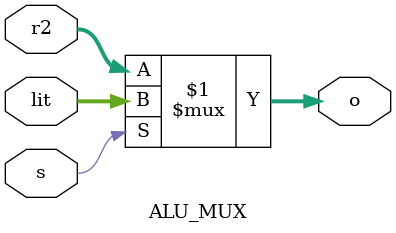
<source format=v>
`timescale 1ns / 1ps

module ALU_MUX(
    input s,
    input [31:0]r2,
    input [31:0]lit,
    output [31:0]o
    );
    
    assign o = s ? lit : r2;
endmodule

</source>
